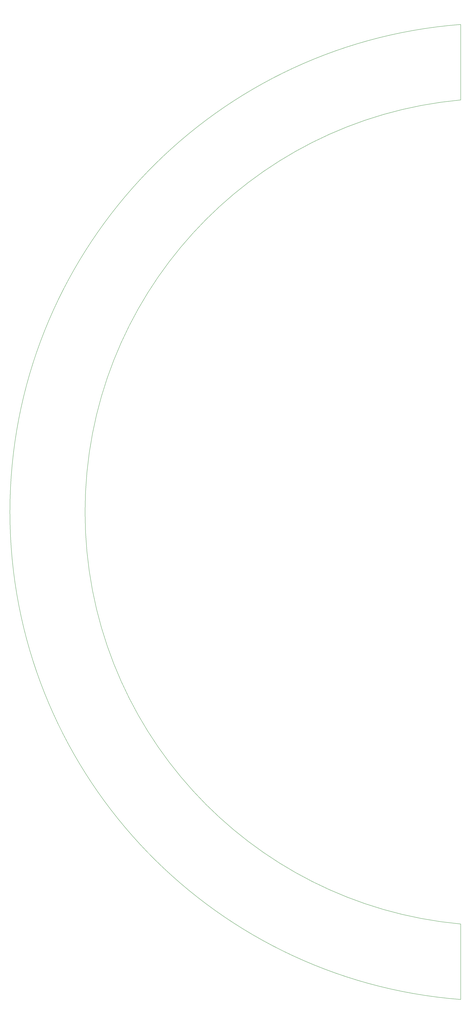
<source format=gm1>
G04 #@! TF.GenerationSoftware,KiCad,Pcbnew,7.0.1-3b83917a11~172~ubuntu20.04.1*
G04 #@! TF.CreationDate,2023-04-19T14:39:26+02:00*
G04 #@! TF.ProjectId,nowcast,6e6f7763-6173-4742-9e6b-696361645f70,rev?*
G04 #@! TF.SameCoordinates,Original*
G04 #@! TF.FileFunction,Profile,NP*
%FSLAX46Y46*%
G04 Gerber Fmt 4.6, Leading zero omitted, Abs format (unit mm)*
G04 Created by KiCad (PCBNEW 7.0.1-3b83917a11~172~ubuntu20.04.1) date 2023-04-19 14:39:26*
%MOMM*%
%LPD*%
G01*
G04 APERTURE LIST*
G04 #@! TA.AperFunction,Profile*
%ADD10C,0.130000*%
G04 #@! TD*
G04 APERTURE END LIST*
D10*
X899052847Y-306093496D02*
X899052847Y-346235143D01*
X899052847Y-784411105D02*
X899052847Y-824552752D01*
X899052847Y-346235144D02*
G75*
G03*
X899052847Y-784411104I19999905J-219087980D01*
G01*
X899052847Y-306093496D02*
G75*
G03*
X899052847Y-824552752I20000000J-259229628D01*
G01*
M02*

</source>
